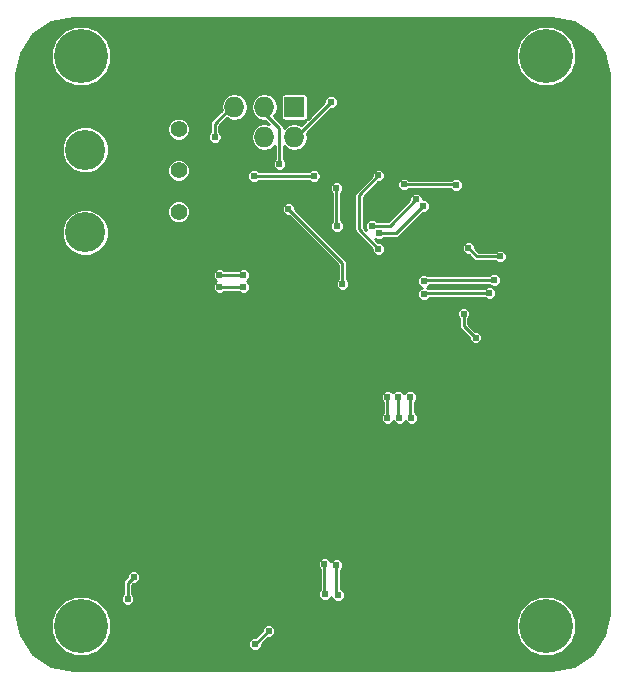
<source format=gbr>
G04 #@! TF.FileFunction,Copper,L2,Bot,Signal*
%FSLAX46Y46*%
G04 Gerber Fmt 4.6, Leading zero omitted, Abs format (unit mm)*
G04 Created by KiCad (PCBNEW 4.0.7-e2-6376~58~ubuntu16.04.1) date Sun Sep  2 10:05:10 2018*
%MOMM*%
%LPD*%
G01*
G04 APERTURE LIST*
%ADD10C,0.100000*%
%ADD11C,4.572000*%
%ADD12C,1.397000*%
%ADD13C,3.400000*%
%ADD14R,1.727200X1.727200*%
%ADD15O,1.727200X1.727200*%
%ADD16C,0.609600*%
%ADD17C,0.254000*%
G04 APERTURE END LIST*
D10*
D11*
X85984100Y-116692500D03*
X46614100Y-116692500D03*
X85984100Y-68432500D03*
X46614100Y-68432500D03*
D12*
X54869100Y-85112500D03*
X54869100Y-74612500D03*
D13*
X46959100Y-76362500D03*
D12*
X54869100Y-81612500D03*
X54869100Y-78112500D03*
D13*
X46959100Y-83362500D03*
D14*
X64681100Y-72750500D03*
D15*
X64681100Y-75290500D03*
X62141100Y-72750500D03*
X62141100Y-75290500D03*
X59601100Y-72750500D03*
X59601100Y-75290500D03*
D16*
X86677500Y-92710000D03*
X85598000Y-92646500D03*
X75311000Y-85217000D03*
X66459100Y-85847500D03*
X87350600Y-77846500D03*
X85826600Y-78862500D03*
X84937600Y-77910000D03*
X83667600Y-78862500D03*
X83858100Y-99690500D03*
X76873100Y-74417500D03*
X75476100Y-74417500D03*
X82143600Y-101024000D03*
X77190600Y-99627000D03*
X78397100Y-101024000D03*
X80429100Y-101024000D03*
X83350100Y-114041500D03*
X80429100Y-114041500D03*
X77635100Y-114041500D03*
X68237100Y-96261500D03*
X66205100Y-95880500D03*
X59093100Y-93070500D03*
X59601100Y-77576500D03*
X57823100Y-116184500D03*
X56553100Y-116946500D03*
X55537100Y-116184500D03*
X54267100Y-116946500D03*
X72301100Y-109580500D03*
X73190100Y-108564500D03*
X72301100Y-107675500D03*
X73190100Y-106786500D03*
X72301100Y-105897500D03*
X73190100Y-104881500D03*
X55410100Y-91292500D03*
X51727100Y-93959500D03*
X49798000Y-104156000D03*
X67792600Y-72322000D03*
X67221100Y-111409300D03*
X67271900Y-114000100D03*
X68237100Y-111501500D03*
X68364100Y-114041500D03*
X81191100Y-88514500D03*
X75666600Y-88578000D03*
X81572100Y-87371500D03*
X75666600Y-87498500D03*
X82080100Y-85403000D03*
X79413100Y-84704500D03*
X72555100Y-97277500D03*
X72555100Y-99055500D03*
X73444100Y-97277500D03*
X73571100Y-99055500D03*
X74460100Y-97277500D03*
X74587100Y-99055500D03*
X74968100Y-80577000D03*
X71221600Y-82799500D03*
X71856600Y-83434500D03*
X75539600Y-81148500D03*
X68237100Y-79624500D03*
X68300600Y-82799500D03*
X58331100Y-86974500D03*
X60363100Y-86974500D03*
X58331100Y-87990500D03*
X60363100Y-87990500D03*
X73952100Y-79307000D03*
X78333600Y-79370500D03*
X71793100Y-84768000D03*
X71793100Y-78545000D03*
X57917100Y-75290500D03*
X61219100Y-78592500D03*
X66299100Y-78592500D03*
X78994000Y-90233500D03*
X80010000Y-92265500D03*
X62484000Y-117094000D03*
X61341000Y-118237000D03*
X50546000Y-114427000D03*
X51054000Y-112522000D03*
X63411100Y-77576500D03*
X64173100Y-81386500D03*
X68745100Y-87736500D03*
D17*
X86842600Y-77846500D02*
X87350600Y-77846500D01*
X85826600Y-78862500D02*
X86842600Y-77846500D01*
X84620100Y-77910000D02*
X84937600Y-77910000D01*
X83667600Y-78862500D02*
X84620100Y-77910000D01*
X82143600Y-101024000D02*
X80429100Y-101024000D01*
X77190600Y-99817500D02*
X77190600Y-99627000D01*
X78397100Y-101024000D02*
X77190600Y-99817500D01*
X57315100Y-116184500D02*
X57823100Y-116184500D01*
X56553100Y-116946500D02*
X57315100Y-116184500D01*
X55029100Y-116184500D02*
X55537100Y-116184500D01*
X54267100Y-116946500D02*
X55029100Y-116184500D01*
X72301100Y-109453500D02*
X72301100Y-109580500D01*
X73190100Y-108564500D02*
X72301100Y-109453500D01*
X73190100Y-106786500D02*
X72301100Y-107675500D01*
X72301100Y-105770500D02*
X72301100Y-105897500D01*
X73190100Y-104881500D02*
X72301100Y-105770500D01*
X64681100Y-75290500D02*
X64824100Y-75290500D01*
X64824100Y-75290500D02*
X67792600Y-72322000D01*
X67221100Y-113949300D02*
X67221100Y-111409300D01*
X67271900Y-114000100D02*
X67221100Y-113949300D01*
X68237100Y-113914500D02*
X68237100Y-111501500D01*
X68364100Y-114041500D02*
X68237100Y-113914500D01*
X75730100Y-88514500D02*
X81191100Y-88514500D01*
X75666600Y-88578000D02*
X75730100Y-88514500D01*
X75793600Y-87371500D02*
X81572100Y-87371500D01*
X75666600Y-87498500D02*
X75793600Y-87371500D01*
X80111600Y-85403000D02*
X82080100Y-85403000D01*
X79413100Y-84704500D02*
X80111600Y-85403000D01*
X72555100Y-99055500D02*
X72555100Y-97277500D01*
X73444100Y-98928500D02*
X73444100Y-97277500D01*
X73571100Y-99055500D02*
X73444100Y-98928500D01*
X74460100Y-98928500D02*
X74460100Y-97277500D01*
X74587100Y-99055500D02*
X74460100Y-98928500D01*
X74968100Y-80577000D02*
X72745600Y-82799500D01*
X72745600Y-82799500D02*
X71221600Y-82799500D01*
X73253600Y-83434500D02*
X71856600Y-83434500D01*
X75539600Y-81148500D02*
X73253600Y-83434500D01*
X68237100Y-82736000D02*
X68237100Y-79624500D01*
X68300600Y-82799500D02*
X68237100Y-82736000D01*
X60363100Y-86974500D02*
X58331100Y-86974500D01*
X60363100Y-87990500D02*
X58331100Y-87990500D01*
X78270100Y-79307000D02*
X73952100Y-79307000D01*
X78333600Y-79370500D02*
X78270100Y-79307000D01*
X70142100Y-83117000D02*
X71793100Y-84768000D01*
X70142100Y-80196000D02*
X70142100Y-83117000D01*
X71793100Y-78545000D02*
X70142100Y-80196000D01*
X57917100Y-74147500D02*
X59314100Y-72750500D01*
X57917100Y-75290500D02*
X57917100Y-74147500D01*
X59314100Y-72750500D02*
X59601100Y-72750500D01*
X66299100Y-78592500D02*
X61219100Y-78592500D01*
X78994000Y-91249500D02*
X78994000Y-90233500D01*
X80010000Y-92265500D02*
X78994000Y-91249500D01*
X61341000Y-118237000D02*
X62484000Y-117094000D01*
X50546000Y-113030000D02*
X50546000Y-114427000D01*
X51054000Y-112522000D02*
X50546000Y-113030000D01*
X62141100Y-72750500D02*
X62141100Y-73258500D01*
X62141100Y-73258500D02*
X63411100Y-74528500D01*
X63411100Y-74528500D02*
X63411100Y-77576500D01*
X64173100Y-81386500D02*
X68745100Y-85958500D01*
X68745100Y-85958500D02*
X68745100Y-87736500D01*
G36*
X88340607Y-65568581D02*
X89879718Y-66596982D01*
X90908119Y-68136093D01*
X91275700Y-69984045D01*
X91275700Y-115639155D01*
X90908119Y-117487107D01*
X89879718Y-119026218D01*
X88340607Y-120054619D01*
X86492655Y-120422200D01*
X45917545Y-120422200D01*
X44069593Y-120054619D01*
X42530482Y-119026218D01*
X41502081Y-117487107D01*
X41445082Y-117200551D01*
X44048256Y-117200551D01*
X44437992Y-118143784D01*
X45159020Y-118866072D01*
X46101572Y-119257454D01*
X47122151Y-119258344D01*
X48065384Y-118868608D01*
X48582198Y-118352695D01*
X60756699Y-118352695D01*
X60845451Y-118567490D01*
X61009645Y-118731972D01*
X61224286Y-118821098D01*
X61456695Y-118821301D01*
X61671490Y-118732549D01*
X61835972Y-118568355D01*
X61925098Y-118353714D01*
X61925208Y-118227528D01*
X62474544Y-117678192D01*
X62599695Y-117678301D01*
X62814490Y-117589549D01*
X62978972Y-117425355D01*
X63068098Y-117210714D01*
X63068106Y-117200551D01*
X83418256Y-117200551D01*
X83807992Y-118143784D01*
X84529020Y-118866072D01*
X85471572Y-119257454D01*
X86492151Y-119258344D01*
X87435384Y-118868608D01*
X88157672Y-118147580D01*
X88549054Y-117205028D01*
X88549944Y-116184449D01*
X88160208Y-115241216D01*
X87439180Y-114518928D01*
X86496628Y-114127546D01*
X85476049Y-114126656D01*
X84532816Y-114516392D01*
X83810528Y-115237420D01*
X83419146Y-116179972D01*
X83418256Y-117200551D01*
X63068106Y-117200551D01*
X63068301Y-116978305D01*
X62979549Y-116763510D01*
X62815355Y-116599028D01*
X62600714Y-116509902D01*
X62368305Y-116509699D01*
X62153510Y-116598451D01*
X61989028Y-116762645D01*
X61899902Y-116977286D01*
X61899792Y-117103472D01*
X61350456Y-117652808D01*
X61225305Y-117652699D01*
X61010510Y-117741451D01*
X60846028Y-117905645D01*
X60756902Y-118120286D01*
X60756699Y-118352695D01*
X48582198Y-118352695D01*
X48787672Y-118147580D01*
X49179054Y-117205028D01*
X49179944Y-116184449D01*
X48790208Y-115241216D01*
X48092906Y-114542695D01*
X49961699Y-114542695D01*
X50050451Y-114757490D01*
X50214645Y-114921972D01*
X50429286Y-115011098D01*
X50661695Y-115011301D01*
X50876490Y-114922549D01*
X51040972Y-114758355D01*
X51130098Y-114543714D01*
X51130301Y-114311305D01*
X51041549Y-114096510D01*
X50952400Y-114007205D01*
X50952400Y-113198336D01*
X51044545Y-113106192D01*
X51169695Y-113106301D01*
X51384490Y-113017549D01*
X51548972Y-112853355D01*
X51638098Y-112638714D01*
X51638301Y-112406305D01*
X51549549Y-112191510D01*
X51385355Y-112027028D01*
X51170714Y-111937902D01*
X50938305Y-111937699D01*
X50723510Y-112026451D01*
X50559028Y-112190645D01*
X50469902Y-112405286D01*
X50469792Y-112531472D01*
X50258632Y-112742632D01*
X50170535Y-112874477D01*
X50139600Y-113030000D01*
X50139600Y-114007228D01*
X50051028Y-114095645D01*
X49961902Y-114310286D01*
X49961699Y-114542695D01*
X48092906Y-114542695D01*
X48069180Y-114518928D01*
X47126628Y-114127546D01*
X46106049Y-114126656D01*
X45162816Y-114516392D01*
X44440528Y-115237420D01*
X44049146Y-116179972D01*
X44048256Y-117200551D01*
X41445082Y-117200551D01*
X41134500Y-115639155D01*
X41134500Y-111524995D01*
X66636799Y-111524995D01*
X66725551Y-111739790D01*
X66814700Y-111829095D01*
X66814700Y-113631039D01*
X66776928Y-113668745D01*
X66687802Y-113883386D01*
X66687599Y-114115795D01*
X66776351Y-114330590D01*
X66940545Y-114495072D01*
X67155186Y-114584198D01*
X67387595Y-114584401D01*
X67602390Y-114495649D01*
X67766872Y-114331455D01*
X67809442Y-114228935D01*
X67868551Y-114371990D01*
X68032745Y-114536472D01*
X68247386Y-114625598D01*
X68479795Y-114625801D01*
X68694590Y-114537049D01*
X68859072Y-114372855D01*
X68948198Y-114158214D01*
X68948401Y-113925805D01*
X68859649Y-113711010D01*
X68695455Y-113546528D01*
X68643500Y-113524955D01*
X68643500Y-111921272D01*
X68732072Y-111832855D01*
X68821198Y-111618214D01*
X68821401Y-111385805D01*
X68732649Y-111171010D01*
X68568455Y-111006528D01*
X68353814Y-110917402D01*
X68121405Y-110917199D01*
X67906610Y-111005951D01*
X67750808Y-111161480D01*
X67716649Y-111078810D01*
X67552455Y-110914328D01*
X67337814Y-110825202D01*
X67105405Y-110824999D01*
X66890610Y-110913751D01*
X66726128Y-111077945D01*
X66637002Y-111292586D01*
X66636799Y-111524995D01*
X41134500Y-111524995D01*
X41134500Y-97393195D01*
X71970799Y-97393195D01*
X72059551Y-97607990D01*
X72148700Y-97697295D01*
X72148700Y-98635728D01*
X72060128Y-98724145D01*
X71971002Y-98938786D01*
X71970799Y-99171195D01*
X72059551Y-99385990D01*
X72223745Y-99550472D01*
X72438386Y-99639598D01*
X72670795Y-99639801D01*
X72885590Y-99551049D01*
X73050072Y-99386855D01*
X73063022Y-99355668D01*
X73075551Y-99385990D01*
X73239745Y-99550472D01*
X73454386Y-99639598D01*
X73686795Y-99639801D01*
X73901590Y-99551049D01*
X74066072Y-99386855D01*
X74079022Y-99355668D01*
X74091551Y-99385990D01*
X74255745Y-99550472D01*
X74470386Y-99639598D01*
X74702795Y-99639801D01*
X74917590Y-99551049D01*
X75082072Y-99386855D01*
X75171198Y-99172214D01*
X75171401Y-98939805D01*
X75082649Y-98725010D01*
X74918455Y-98560528D01*
X74866500Y-98538955D01*
X74866500Y-97697272D01*
X74955072Y-97608855D01*
X75044198Y-97394214D01*
X75044401Y-97161805D01*
X74955649Y-96947010D01*
X74791455Y-96782528D01*
X74576814Y-96693402D01*
X74344405Y-96693199D01*
X74129610Y-96781951D01*
X73965128Y-96946145D01*
X73952178Y-96977332D01*
X73939649Y-96947010D01*
X73775455Y-96782528D01*
X73560814Y-96693402D01*
X73328405Y-96693199D01*
X73113610Y-96781951D01*
X72999545Y-96895816D01*
X72886455Y-96782528D01*
X72671814Y-96693402D01*
X72439405Y-96693199D01*
X72224610Y-96781951D01*
X72060128Y-96946145D01*
X71971002Y-97160786D01*
X71970799Y-97393195D01*
X41134500Y-97393195D01*
X41134500Y-90349195D01*
X78409699Y-90349195D01*
X78498451Y-90563990D01*
X78587600Y-90653295D01*
X78587600Y-91249500D01*
X78618535Y-91405023D01*
X78706632Y-91536868D01*
X79425808Y-92256044D01*
X79425699Y-92381195D01*
X79514451Y-92595990D01*
X79678645Y-92760472D01*
X79893286Y-92849598D01*
X80125695Y-92849801D01*
X80340490Y-92761049D01*
X80504972Y-92596855D01*
X80594098Y-92382214D01*
X80594301Y-92149805D01*
X80505549Y-91935010D01*
X80341355Y-91770528D01*
X80126714Y-91681402D01*
X80000528Y-91681292D01*
X79400400Y-91081164D01*
X79400400Y-90653272D01*
X79488972Y-90564855D01*
X79578098Y-90350214D01*
X79578301Y-90117805D01*
X79489549Y-89903010D01*
X79325355Y-89738528D01*
X79110714Y-89649402D01*
X78878305Y-89649199D01*
X78663510Y-89737951D01*
X78499028Y-89902145D01*
X78409902Y-90116786D01*
X78409699Y-90349195D01*
X41134500Y-90349195D01*
X41134500Y-87090195D01*
X57746799Y-87090195D01*
X57835551Y-87304990D01*
X57999745Y-87469472D01*
X58030932Y-87482422D01*
X58000610Y-87494951D01*
X57836128Y-87659145D01*
X57747002Y-87873786D01*
X57746799Y-88106195D01*
X57835551Y-88320990D01*
X57999745Y-88485472D01*
X58214386Y-88574598D01*
X58446795Y-88574801D01*
X58661590Y-88486049D01*
X58750895Y-88396900D01*
X59943328Y-88396900D01*
X60031745Y-88485472D01*
X60246386Y-88574598D01*
X60478795Y-88574801D01*
X60693590Y-88486049D01*
X60858072Y-88321855D01*
X60947198Y-88107214D01*
X60947401Y-87874805D01*
X60858649Y-87660010D01*
X60694455Y-87495528D01*
X60663268Y-87482578D01*
X60693590Y-87470049D01*
X60858072Y-87305855D01*
X60947198Y-87091214D01*
X60947401Y-86858805D01*
X60858649Y-86644010D01*
X60694455Y-86479528D01*
X60479814Y-86390402D01*
X60247405Y-86390199D01*
X60032610Y-86478951D01*
X59943305Y-86568100D01*
X58750872Y-86568100D01*
X58662455Y-86479528D01*
X58447814Y-86390402D01*
X58215405Y-86390199D01*
X58000610Y-86478951D01*
X57836128Y-86643145D01*
X57747002Y-86857786D01*
X57746799Y-87090195D01*
X41134500Y-87090195D01*
X41134500Y-83754500D01*
X44979357Y-83754500D01*
X45280068Y-84482275D01*
X45836396Y-85039575D01*
X46563646Y-85341556D01*
X47351100Y-85342243D01*
X48078875Y-85041532D01*
X48636175Y-84485204D01*
X48938156Y-83757954D01*
X48938843Y-82970500D01*
X48638132Y-82242725D01*
X48202332Y-81806163D01*
X53891031Y-81806163D01*
X54039593Y-82165712D01*
X54314441Y-82441040D01*
X54673730Y-82590230D01*
X55062763Y-82590569D01*
X55422312Y-82442007D01*
X55697640Y-82167159D01*
X55846830Y-81807870D01*
X55847096Y-81502195D01*
X63588799Y-81502195D01*
X63677551Y-81716990D01*
X63841745Y-81881472D01*
X64056386Y-81970598D01*
X64182572Y-81970708D01*
X68338700Y-86126836D01*
X68338700Y-87316728D01*
X68250128Y-87405145D01*
X68161002Y-87619786D01*
X68160799Y-87852195D01*
X68249551Y-88066990D01*
X68413745Y-88231472D01*
X68628386Y-88320598D01*
X68860795Y-88320801D01*
X69075590Y-88232049D01*
X69240072Y-88067855D01*
X69329198Y-87853214D01*
X69329401Y-87620805D01*
X69326670Y-87614195D01*
X75082299Y-87614195D01*
X75171051Y-87828990D01*
X75335245Y-87993472D01*
X75443084Y-88038250D01*
X75336110Y-88082451D01*
X75171628Y-88246645D01*
X75082502Y-88461286D01*
X75082299Y-88693695D01*
X75171051Y-88908490D01*
X75335245Y-89072972D01*
X75549886Y-89162098D01*
X75782295Y-89162301D01*
X75997090Y-89073549D01*
X76150007Y-88920900D01*
X80771328Y-88920900D01*
X80859745Y-89009472D01*
X81074386Y-89098598D01*
X81306795Y-89098801D01*
X81521590Y-89010049D01*
X81686072Y-88845855D01*
X81775198Y-88631214D01*
X81775401Y-88398805D01*
X81686649Y-88184010D01*
X81522455Y-88019528D01*
X81307814Y-87930402D01*
X81075405Y-87930199D01*
X80860610Y-88018951D01*
X80771305Y-88108100D01*
X76022983Y-88108100D01*
X75997955Y-88083028D01*
X75890116Y-88038250D01*
X75997090Y-87994049D01*
X76161572Y-87829855D01*
X76183145Y-87777900D01*
X81152328Y-87777900D01*
X81240745Y-87866472D01*
X81455386Y-87955598D01*
X81687795Y-87955801D01*
X81902590Y-87867049D01*
X82067072Y-87702855D01*
X82156198Y-87488214D01*
X82156401Y-87255805D01*
X82067649Y-87041010D01*
X81903455Y-86876528D01*
X81688814Y-86787402D01*
X81456405Y-86787199D01*
X81241610Y-86875951D01*
X81152305Y-86965100D01*
X75905409Y-86965100D01*
X75783314Y-86914402D01*
X75550905Y-86914199D01*
X75336110Y-87002951D01*
X75171628Y-87167145D01*
X75082502Y-87381786D01*
X75082299Y-87614195D01*
X69326670Y-87614195D01*
X69240649Y-87406010D01*
X69151500Y-87316705D01*
X69151500Y-85958500D01*
X69120565Y-85802977D01*
X69032468Y-85671132D01*
X64757292Y-81395956D01*
X64757401Y-81270805D01*
X64668649Y-81056010D01*
X64504455Y-80891528D01*
X64289814Y-80802402D01*
X64057405Y-80802199D01*
X63842610Y-80890951D01*
X63678128Y-81055145D01*
X63589002Y-81269786D01*
X63588799Y-81502195D01*
X55847096Y-81502195D01*
X55847169Y-81418837D01*
X55698607Y-81059288D01*
X55423759Y-80783960D01*
X55064470Y-80634770D01*
X54675437Y-80634431D01*
X54315888Y-80782993D01*
X54040560Y-81057841D01*
X53891370Y-81417130D01*
X53891031Y-81806163D01*
X48202332Y-81806163D01*
X48081804Y-81685425D01*
X47354554Y-81383444D01*
X46567100Y-81382757D01*
X45839325Y-81683468D01*
X45282025Y-82239796D01*
X44980044Y-82967046D01*
X44979357Y-83754500D01*
X41134500Y-83754500D01*
X41134500Y-79740195D01*
X67652799Y-79740195D01*
X67741551Y-79954990D01*
X67830700Y-80044295D01*
X67830700Y-82443117D01*
X67805628Y-82468145D01*
X67716502Y-82682786D01*
X67716299Y-82915195D01*
X67805051Y-83129990D01*
X67969245Y-83294472D01*
X68183886Y-83383598D01*
X68416295Y-83383801D01*
X68631090Y-83295049D01*
X68795572Y-83130855D01*
X68884698Y-82916214D01*
X68884901Y-82683805D01*
X68796149Y-82469010D01*
X68643500Y-82316093D01*
X68643500Y-80196000D01*
X69735700Y-80196000D01*
X69735700Y-83117000D01*
X69766635Y-83272523D01*
X69854732Y-83404368D01*
X71208908Y-84758544D01*
X71208799Y-84883695D01*
X71297551Y-85098490D01*
X71461745Y-85262972D01*
X71676386Y-85352098D01*
X71908795Y-85352301D01*
X72123590Y-85263549D01*
X72288072Y-85099355D01*
X72377198Y-84884714D01*
X72377254Y-84820195D01*
X78828799Y-84820195D01*
X78917551Y-85034990D01*
X79081745Y-85199472D01*
X79296386Y-85288598D01*
X79422572Y-85288708D01*
X79824232Y-85690368D01*
X79956077Y-85778465D01*
X80111600Y-85809400D01*
X81660328Y-85809400D01*
X81748745Y-85897972D01*
X81963386Y-85987098D01*
X82195795Y-85987301D01*
X82410590Y-85898549D01*
X82575072Y-85734355D01*
X82664198Y-85519714D01*
X82664401Y-85287305D01*
X82575649Y-85072510D01*
X82411455Y-84908028D01*
X82196814Y-84818902D01*
X81964405Y-84818699D01*
X81749610Y-84907451D01*
X81660305Y-84996600D01*
X80279936Y-84996600D01*
X79997292Y-84713956D01*
X79997401Y-84588805D01*
X79908649Y-84374010D01*
X79744455Y-84209528D01*
X79529814Y-84120402D01*
X79297405Y-84120199D01*
X79082610Y-84208951D01*
X78918128Y-84373145D01*
X78829002Y-84587786D01*
X78828799Y-84820195D01*
X72377254Y-84820195D01*
X72377401Y-84652305D01*
X72288649Y-84437510D01*
X72124455Y-84273028D01*
X71909814Y-84183902D01*
X71783628Y-84183792D01*
X71532193Y-83932357D01*
X71739886Y-84018598D01*
X71972295Y-84018801D01*
X72187090Y-83930049D01*
X72276395Y-83840900D01*
X73253600Y-83840900D01*
X73409123Y-83809965D01*
X73540968Y-83721868D01*
X75530144Y-81732692D01*
X75655295Y-81732801D01*
X75870090Y-81644049D01*
X76034572Y-81479855D01*
X76123698Y-81265214D01*
X76123901Y-81032805D01*
X76035149Y-80818010D01*
X75870955Y-80653528D01*
X75656314Y-80564402D01*
X75552311Y-80564311D01*
X75552401Y-80461305D01*
X75463649Y-80246510D01*
X75299455Y-80082028D01*
X75084814Y-79992902D01*
X74852405Y-79992699D01*
X74637610Y-80081451D01*
X74473128Y-80245645D01*
X74384002Y-80460286D01*
X74383892Y-80586472D01*
X72577264Y-82393100D01*
X71641372Y-82393100D01*
X71552955Y-82304528D01*
X71338314Y-82215402D01*
X71105905Y-82215199D01*
X70891110Y-82303951D01*
X70726628Y-82468145D01*
X70637502Y-82682786D01*
X70637299Y-82915195D01*
X70723393Y-83123557D01*
X70548500Y-82948664D01*
X70548500Y-80364336D01*
X71490141Y-79422695D01*
X73367799Y-79422695D01*
X73456551Y-79637490D01*
X73620745Y-79801972D01*
X73835386Y-79891098D01*
X74067795Y-79891301D01*
X74282590Y-79802549D01*
X74371895Y-79713400D01*
X77850439Y-79713400D01*
X78002245Y-79865472D01*
X78216886Y-79954598D01*
X78449295Y-79954801D01*
X78664090Y-79866049D01*
X78828572Y-79701855D01*
X78917698Y-79487214D01*
X78917901Y-79254805D01*
X78829149Y-79040010D01*
X78664955Y-78875528D01*
X78450314Y-78786402D01*
X78217905Y-78786199D01*
X78003110Y-78874951D01*
X77977416Y-78900600D01*
X74371872Y-78900600D01*
X74283455Y-78812028D01*
X74068814Y-78722902D01*
X73836405Y-78722699D01*
X73621610Y-78811451D01*
X73457128Y-78975645D01*
X73368002Y-79190286D01*
X73367799Y-79422695D01*
X71490141Y-79422695D01*
X71783644Y-79129192D01*
X71908795Y-79129301D01*
X72123590Y-79040549D01*
X72288072Y-78876355D01*
X72377198Y-78661714D01*
X72377401Y-78429305D01*
X72288649Y-78214510D01*
X72124455Y-78050028D01*
X71909814Y-77960902D01*
X71677405Y-77960699D01*
X71462610Y-78049451D01*
X71298128Y-78213645D01*
X71209002Y-78428286D01*
X71208892Y-78554472D01*
X69854732Y-79908632D01*
X69766635Y-80040477D01*
X69735700Y-80196000D01*
X68643500Y-80196000D01*
X68643500Y-80044272D01*
X68732072Y-79955855D01*
X68821198Y-79741214D01*
X68821401Y-79508805D01*
X68732649Y-79294010D01*
X68568455Y-79129528D01*
X68353814Y-79040402D01*
X68121405Y-79040199D01*
X67906610Y-79128951D01*
X67742128Y-79293145D01*
X67653002Y-79507786D01*
X67652799Y-79740195D01*
X41134500Y-79740195D01*
X41134500Y-76754500D01*
X44979357Y-76754500D01*
X45280068Y-77482275D01*
X45836396Y-78039575D01*
X46563646Y-78341556D01*
X47351100Y-78342243D01*
X47438420Y-78306163D01*
X53891031Y-78306163D01*
X54039593Y-78665712D01*
X54314441Y-78941040D01*
X54673730Y-79090230D01*
X55062763Y-79090569D01*
X55422312Y-78942007D01*
X55656532Y-78708195D01*
X60634799Y-78708195D01*
X60723551Y-78922990D01*
X60887745Y-79087472D01*
X61102386Y-79176598D01*
X61334795Y-79176801D01*
X61549590Y-79088049D01*
X61638895Y-78998900D01*
X65879328Y-78998900D01*
X65967745Y-79087472D01*
X66182386Y-79176598D01*
X66414795Y-79176801D01*
X66629590Y-79088049D01*
X66794072Y-78923855D01*
X66883198Y-78709214D01*
X66883401Y-78476805D01*
X66794649Y-78262010D01*
X66630455Y-78097528D01*
X66415814Y-78008402D01*
X66183405Y-78008199D01*
X65968610Y-78096951D01*
X65879305Y-78186100D01*
X61638872Y-78186100D01*
X61550455Y-78097528D01*
X61335814Y-78008402D01*
X61103405Y-78008199D01*
X60888610Y-78096951D01*
X60724128Y-78261145D01*
X60635002Y-78475786D01*
X60634799Y-78708195D01*
X55656532Y-78708195D01*
X55697640Y-78667159D01*
X55846830Y-78307870D01*
X55847169Y-77918837D01*
X55698607Y-77559288D01*
X55423759Y-77283960D01*
X55064470Y-77134770D01*
X54675437Y-77134431D01*
X54315888Y-77282993D01*
X54040560Y-77557841D01*
X53891370Y-77917130D01*
X53891031Y-78306163D01*
X47438420Y-78306163D01*
X48078875Y-78041532D01*
X48636175Y-77485204D01*
X48938156Y-76757954D01*
X48938843Y-75970500D01*
X48638132Y-75242725D01*
X48202332Y-74806163D01*
X53891031Y-74806163D01*
X54039593Y-75165712D01*
X54314441Y-75441040D01*
X54673730Y-75590230D01*
X55062763Y-75590569D01*
X55422312Y-75442007D01*
X55458186Y-75406195D01*
X57332799Y-75406195D01*
X57421551Y-75620990D01*
X57585745Y-75785472D01*
X57800386Y-75874598D01*
X58032795Y-75874801D01*
X58247590Y-75786049D01*
X58412072Y-75621855D01*
X58501198Y-75407214D01*
X58501401Y-75174805D01*
X58412649Y-74960010D01*
X58323500Y-74870705D01*
X58323500Y-74315836D01*
X58951939Y-73687397D01*
X59163693Y-73828887D01*
X59601100Y-73915893D01*
X60038507Y-73828887D01*
X60409323Y-73581116D01*
X60657094Y-73210300D01*
X60744100Y-72772893D01*
X60744100Y-72728107D01*
X60998100Y-72728107D01*
X60998100Y-72772893D01*
X61085106Y-73210300D01*
X61332877Y-73581116D01*
X61703693Y-73828887D01*
X62141100Y-73915893D01*
X62210043Y-73902179D01*
X62505444Y-74197580D01*
X62141100Y-74125107D01*
X61703693Y-74212113D01*
X61332877Y-74459884D01*
X61085106Y-74830700D01*
X60998100Y-75268107D01*
X60998100Y-75312893D01*
X61085106Y-75750300D01*
X61332877Y-76121116D01*
X61703693Y-76368887D01*
X62141100Y-76455893D01*
X62578507Y-76368887D01*
X62949323Y-76121116D01*
X63004700Y-76038238D01*
X63004700Y-77156728D01*
X62916128Y-77245145D01*
X62827002Y-77459786D01*
X62826799Y-77692195D01*
X62915551Y-77906990D01*
X63079745Y-78071472D01*
X63294386Y-78160598D01*
X63526795Y-78160801D01*
X63741590Y-78072049D01*
X63906072Y-77907855D01*
X63995198Y-77693214D01*
X63995401Y-77460805D01*
X63906649Y-77246010D01*
X63817500Y-77156705D01*
X63817500Y-76038238D01*
X63872877Y-76121116D01*
X64243693Y-76368887D01*
X64681100Y-76455893D01*
X65118507Y-76368887D01*
X65489323Y-76121116D01*
X65737094Y-75750300D01*
X65824100Y-75312893D01*
X65824100Y-75268107D01*
X65757259Y-74932077D01*
X67783144Y-72906192D01*
X67908295Y-72906301D01*
X68123090Y-72817549D01*
X68287572Y-72653355D01*
X68376698Y-72438714D01*
X68376901Y-72206305D01*
X68288149Y-71991510D01*
X68123955Y-71827028D01*
X67909314Y-71737902D01*
X67676905Y-71737699D01*
X67462110Y-71826451D01*
X67297628Y-71990645D01*
X67208502Y-72205286D01*
X67208392Y-72331472D01*
X65790296Y-73749568D01*
X65807129Y-73724932D01*
X65829573Y-73614100D01*
X65829573Y-71886900D01*
X65810091Y-71783361D01*
X65748899Y-71688266D01*
X65655532Y-71624471D01*
X65544700Y-71602027D01*
X63817500Y-71602027D01*
X63713961Y-71621509D01*
X63618866Y-71682701D01*
X63555071Y-71776068D01*
X63532627Y-71886900D01*
X63532627Y-73614100D01*
X63552109Y-73717639D01*
X63613301Y-73812734D01*
X63706668Y-73876529D01*
X63817500Y-73898973D01*
X65544700Y-73898973D01*
X65648239Y-73879491D01*
X65682274Y-73857590D01*
X65243940Y-74295924D01*
X65118507Y-74212113D01*
X64681100Y-74125107D01*
X64243693Y-74212113D01*
X63872877Y-74459884D01*
X63817500Y-74542762D01*
X63817500Y-74528500D01*
X63786565Y-74372977D01*
X63698468Y-74241132D01*
X62985023Y-73527687D01*
X63197094Y-73210300D01*
X63284100Y-72772893D01*
X63284100Y-72728107D01*
X63197094Y-72290700D01*
X62949323Y-71919884D01*
X62578507Y-71672113D01*
X62141100Y-71585107D01*
X61703693Y-71672113D01*
X61332877Y-71919884D01*
X61085106Y-72290700D01*
X60998100Y-72728107D01*
X60744100Y-72728107D01*
X60657094Y-72290700D01*
X60409323Y-71919884D01*
X60038507Y-71672113D01*
X59601100Y-71585107D01*
X59163693Y-71672113D01*
X58792877Y-71919884D01*
X58545106Y-72290700D01*
X58458100Y-72728107D01*
X58458100Y-72772893D01*
X58501050Y-72988814D01*
X57629732Y-73860132D01*
X57541635Y-73991977D01*
X57510700Y-74147500D01*
X57510700Y-74870728D01*
X57422128Y-74959145D01*
X57333002Y-75173786D01*
X57332799Y-75406195D01*
X55458186Y-75406195D01*
X55697640Y-75167159D01*
X55846830Y-74807870D01*
X55847169Y-74418837D01*
X55698607Y-74059288D01*
X55423759Y-73783960D01*
X55064470Y-73634770D01*
X54675437Y-73634431D01*
X54315888Y-73782993D01*
X54040560Y-74057841D01*
X53891370Y-74417130D01*
X53891031Y-74806163D01*
X48202332Y-74806163D01*
X48081804Y-74685425D01*
X47354554Y-74383444D01*
X46567100Y-74382757D01*
X45839325Y-74683468D01*
X45282025Y-75239796D01*
X44980044Y-75967046D01*
X44979357Y-76754500D01*
X41134500Y-76754500D01*
X41134500Y-69984045D01*
X41342064Y-68940551D01*
X44048256Y-68940551D01*
X44437992Y-69883784D01*
X45159020Y-70606072D01*
X46101572Y-70997454D01*
X47122151Y-70998344D01*
X48065384Y-70608608D01*
X48787672Y-69887580D01*
X49179054Y-68945028D01*
X49179057Y-68940551D01*
X83418256Y-68940551D01*
X83807992Y-69883784D01*
X84529020Y-70606072D01*
X85471572Y-70997454D01*
X86492151Y-70998344D01*
X87435384Y-70608608D01*
X88157672Y-69887580D01*
X88549054Y-68945028D01*
X88549944Y-67924449D01*
X88160208Y-66981216D01*
X87439180Y-66258928D01*
X86496628Y-65867546D01*
X85476049Y-65866656D01*
X84532816Y-66256392D01*
X83810528Y-66977420D01*
X83419146Y-67919972D01*
X83418256Y-68940551D01*
X49179057Y-68940551D01*
X49179944Y-67924449D01*
X48790208Y-66981216D01*
X48069180Y-66258928D01*
X47126628Y-65867546D01*
X46106049Y-65866656D01*
X45162816Y-66256392D01*
X44440528Y-66977420D01*
X44049146Y-67919972D01*
X44048256Y-68940551D01*
X41342064Y-68940551D01*
X41502081Y-68136093D01*
X42530482Y-66596982D01*
X44069593Y-65568581D01*
X45917545Y-65201000D01*
X86492655Y-65201000D01*
X88340607Y-65568581D01*
X88340607Y-65568581D01*
G37*
X88340607Y-65568581D02*
X89879718Y-66596982D01*
X90908119Y-68136093D01*
X91275700Y-69984045D01*
X91275700Y-115639155D01*
X90908119Y-117487107D01*
X89879718Y-119026218D01*
X88340607Y-120054619D01*
X86492655Y-120422200D01*
X45917545Y-120422200D01*
X44069593Y-120054619D01*
X42530482Y-119026218D01*
X41502081Y-117487107D01*
X41445082Y-117200551D01*
X44048256Y-117200551D01*
X44437992Y-118143784D01*
X45159020Y-118866072D01*
X46101572Y-119257454D01*
X47122151Y-119258344D01*
X48065384Y-118868608D01*
X48582198Y-118352695D01*
X60756699Y-118352695D01*
X60845451Y-118567490D01*
X61009645Y-118731972D01*
X61224286Y-118821098D01*
X61456695Y-118821301D01*
X61671490Y-118732549D01*
X61835972Y-118568355D01*
X61925098Y-118353714D01*
X61925208Y-118227528D01*
X62474544Y-117678192D01*
X62599695Y-117678301D01*
X62814490Y-117589549D01*
X62978972Y-117425355D01*
X63068098Y-117210714D01*
X63068106Y-117200551D01*
X83418256Y-117200551D01*
X83807992Y-118143784D01*
X84529020Y-118866072D01*
X85471572Y-119257454D01*
X86492151Y-119258344D01*
X87435384Y-118868608D01*
X88157672Y-118147580D01*
X88549054Y-117205028D01*
X88549944Y-116184449D01*
X88160208Y-115241216D01*
X87439180Y-114518928D01*
X86496628Y-114127546D01*
X85476049Y-114126656D01*
X84532816Y-114516392D01*
X83810528Y-115237420D01*
X83419146Y-116179972D01*
X83418256Y-117200551D01*
X63068106Y-117200551D01*
X63068301Y-116978305D01*
X62979549Y-116763510D01*
X62815355Y-116599028D01*
X62600714Y-116509902D01*
X62368305Y-116509699D01*
X62153510Y-116598451D01*
X61989028Y-116762645D01*
X61899902Y-116977286D01*
X61899792Y-117103472D01*
X61350456Y-117652808D01*
X61225305Y-117652699D01*
X61010510Y-117741451D01*
X60846028Y-117905645D01*
X60756902Y-118120286D01*
X60756699Y-118352695D01*
X48582198Y-118352695D01*
X48787672Y-118147580D01*
X49179054Y-117205028D01*
X49179944Y-116184449D01*
X48790208Y-115241216D01*
X48092906Y-114542695D01*
X49961699Y-114542695D01*
X50050451Y-114757490D01*
X50214645Y-114921972D01*
X50429286Y-115011098D01*
X50661695Y-115011301D01*
X50876490Y-114922549D01*
X51040972Y-114758355D01*
X51130098Y-114543714D01*
X51130301Y-114311305D01*
X51041549Y-114096510D01*
X50952400Y-114007205D01*
X50952400Y-113198336D01*
X51044545Y-113106192D01*
X51169695Y-113106301D01*
X51384490Y-113017549D01*
X51548972Y-112853355D01*
X51638098Y-112638714D01*
X51638301Y-112406305D01*
X51549549Y-112191510D01*
X51385355Y-112027028D01*
X51170714Y-111937902D01*
X50938305Y-111937699D01*
X50723510Y-112026451D01*
X50559028Y-112190645D01*
X50469902Y-112405286D01*
X50469792Y-112531472D01*
X50258632Y-112742632D01*
X50170535Y-112874477D01*
X50139600Y-113030000D01*
X50139600Y-114007228D01*
X50051028Y-114095645D01*
X49961902Y-114310286D01*
X49961699Y-114542695D01*
X48092906Y-114542695D01*
X48069180Y-114518928D01*
X47126628Y-114127546D01*
X46106049Y-114126656D01*
X45162816Y-114516392D01*
X44440528Y-115237420D01*
X44049146Y-116179972D01*
X44048256Y-117200551D01*
X41445082Y-117200551D01*
X41134500Y-115639155D01*
X41134500Y-111524995D01*
X66636799Y-111524995D01*
X66725551Y-111739790D01*
X66814700Y-111829095D01*
X66814700Y-113631039D01*
X66776928Y-113668745D01*
X66687802Y-113883386D01*
X66687599Y-114115795D01*
X66776351Y-114330590D01*
X66940545Y-114495072D01*
X67155186Y-114584198D01*
X67387595Y-114584401D01*
X67602390Y-114495649D01*
X67766872Y-114331455D01*
X67809442Y-114228935D01*
X67868551Y-114371990D01*
X68032745Y-114536472D01*
X68247386Y-114625598D01*
X68479795Y-114625801D01*
X68694590Y-114537049D01*
X68859072Y-114372855D01*
X68948198Y-114158214D01*
X68948401Y-113925805D01*
X68859649Y-113711010D01*
X68695455Y-113546528D01*
X68643500Y-113524955D01*
X68643500Y-111921272D01*
X68732072Y-111832855D01*
X68821198Y-111618214D01*
X68821401Y-111385805D01*
X68732649Y-111171010D01*
X68568455Y-111006528D01*
X68353814Y-110917402D01*
X68121405Y-110917199D01*
X67906610Y-111005951D01*
X67750808Y-111161480D01*
X67716649Y-111078810D01*
X67552455Y-110914328D01*
X67337814Y-110825202D01*
X67105405Y-110824999D01*
X66890610Y-110913751D01*
X66726128Y-111077945D01*
X66637002Y-111292586D01*
X66636799Y-111524995D01*
X41134500Y-111524995D01*
X41134500Y-97393195D01*
X71970799Y-97393195D01*
X72059551Y-97607990D01*
X72148700Y-97697295D01*
X72148700Y-98635728D01*
X72060128Y-98724145D01*
X71971002Y-98938786D01*
X71970799Y-99171195D01*
X72059551Y-99385990D01*
X72223745Y-99550472D01*
X72438386Y-99639598D01*
X72670795Y-99639801D01*
X72885590Y-99551049D01*
X73050072Y-99386855D01*
X73063022Y-99355668D01*
X73075551Y-99385990D01*
X73239745Y-99550472D01*
X73454386Y-99639598D01*
X73686795Y-99639801D01*
X73901590Y-99551049D01*
X74066072Y-99386855D01*
X74079022Y-99355668D01*
X74091551Y-99385990D01*
X74255745Y-99550472D01*
X74470386Y-99639598D01*
X74702795Y-99639801D01*
X74917590Y-99551049D01*
X75082072Y-99386855D01*
X75171198Y-99172214D01*
X75171401Y-98939805D01*
X75082649Y-98725010D01*
X74918455Y-98560528D01*
X74866500Y-98538955D01*
X74866500Y-97697272D01*
X74955072Y-97608855D01*
X75044198Y-97394214D01*
X75044401Y-97161805D01*
X74955649Y-96947010D01*
X74791455Y-96782528D01*
X74576814Y-96693402D01*
X74344405Y-96693199D01*
X74129610Y-96781951D01*
X73965128Y-96946145D01*
X73952178Y-96977332D01*
X73939649Y-96947010D01*
X73775455Y-96782528D01*
X73560814Y-96693402D01*
X73328405Y-96693199D01*
X73113610Y-96781951D01*
X72999545Y-96895816D01*
X72886455Y-96782528D01*
X72671814Y-96693402D01*
X72439405Y-96693199D01*
X72224610Y-96781951D01*
X72060128Y-96946145D01*
X71971002Y-97160786D01*
X71970799Y-97393195D01*
X41134500Y-97393195D01*
X41134500Y-90349195D01*
X78409699Y-90349195D01*
X78498451Y-90563990D01*
X78587600Y-90653295D01*
X78587600Y-91249500D01*
X78618535Y-91405023D01*
X78706632Y-91536868D01*
X79425808Y-92256044D01*
X79425699Y-92381195D01*
X79514451Y-92595990D01*
X79678645Y-92760472D01*
X79893286Y-92849598D01*
X80125695Y-92849801D01*
X80340490Y-92761049D01*
X80504972Y-92596855D01*
X80594098Y-92382214D01*
X80594301Y-92149805D01*
X80505549Y-91935010D01*
X80341355Y-91770528D01*
X80126714Y-91681402D01*
X80000528Y-91681292D01*
X79400400Y-91081164D01*
X79400400Y-90653272D01*
X79488972Y-90564855D01*
X79578098Y-90350214D01*
X79578301Y-90117805D01*
X79489549Y-89903010D01*
X79325355Y-89738528D01*
X79110714Y-89649402D01*
X78878305Y-89649199D01*
X78663510Y-89737951D01*
X78499028Y-89902145D01*
X78409902Y-90116786D01*
X78409699Y-90349195D01*
X41134500Y-90349195D01*
X41134500Y-87090195D01*
X57746799Y-87090195D01*
X57835551Y-87304990D01*
X57999745Y-87469472D01*
X58030932Y-87482422D01*
X58000610Y-87494951D01*
X57836128Y-87659145D01*
X57747002Y-87873786D01*
X57746799Y-88106195D01*
X57835551Y-88320990D01*
X57999745Y-88485472D01*
X58214386Y-88574598D01*
X58446795Y-88574801D01*
X58661590Y-88486049D01*
X58750895Y-88396900D01*
X59943328Y-88396900D01*
X60031745Y-88485472D01*
X60246386Y-88574598D01*
X60478795Y-88574801D01*
X60693590Y-88486049D01*
X60858072Y-88321855D01*
X60947198Y-88107214D01*
X60947401Y-87874805D01*
X60858649Y-87660010D01*
X60694455Y-87495528D01*
X60663268Y-87482578D01*
X60693590Y-87470049D01*
X60858072Y-87305855D01*
X60947198Y-87091214D01*
X60947401Y-86858805D01*
X60858649Y-86644010D01*
X60694455Y-86479528D01*
X60479814Y-86390402D01*
X60247405Y-86390199D01*
X60032610Y-86478951D01*
X59943305Y-86568100D01*
X58750872Y-86568100D01*
X58662455Y-86479528D01*
X58447814Y-86390402D01*
X58215405Y-86390199D01*
X58000610Y-86478951D01*
X57836128Y-86643145D01*
X57747002Y-86857786D01*
X57746799Y-87090195D01*
X41134500Y-87090195D01*
X41134500Y-83754500D01*
X44979357Y-83754500D01*
X45280068Y-84482275D01*
X45836396Y-85039575D01*
X46563646Y-85341556D01*
X47351100Y-85342243D01*
X48078875Y-85041532D01*
X48636175Y-84485204D01*
X48938156Y-83757954D01*
X48938843Y-82970500D01*
X48638132Y-82242725D01*
X48202332Y-81806163D01*
X53891031Y-81806163D01*
X54039593Y-82165712D01*
X54314441Y-82441040D01*
X54673730Y-82590230D01*
X55062763Y-82590569D01*
X55422312Y-82442007D01*
X55697640Y-82167159D01*
X55846830Y-81807870D01*
X55847096Y-81502195D01*
X63588799Y-81502195D01*
X63677551Y-81716990D01*
X63841745Y-81881472D01*
X64056386Y-81970598D01*
X64182572Y-81970708D01*
X68338700Y-86126836D01*
X68338700Y-87316728D01*
X68250128Y-87405145D01*
X68161002Y-87619786D01*
X68160799Y-87852195D01*
X68249551Y-88066990D01*
X68413745Y-88231472D01*
X68628386Y-88320598D01*
X68860795Y-88320801D01*
X69075590Y-88232049D01*
X69240072Y-88067855D01*
X69329198Y-87853214D01*
X69329401Y-87620805D01*
X69326670Y-87614195D01*
X75082299Y-87614195D01*
X75171051Y-87828990D01*
X75335245Y-87993472D01*
X75443084Y-88038250D01*
X75336110Y-88082451D01*
X75171628Y-88246645D01*
X75082502Y-88461286D01*
X75082299Y-88693695D01*
X75171051Y-88908490D01*
X75335245Y-89072972D01*
X75549886Y-89162098D01*
X75782295Y-89162301D01*
X75997090Y-89073549D01*
X76150007Y-88920900D01*
X80771328Y-88920900D01*
X80859745Y-89009472D01*
X81074386Y-89098598D01*
X81306795Y-89098801D01*
X81521590Y-89010049D01*
X81686072Y-88845855D01*
X81775198Y-88631214D01*
X81775401Y-88398805D01*
X81686649Y-88184010D01*
X81522455Y-88019528D01*
X81307814Y-87930402D01*
X81075405Y-87930199D01*
X80860610Y-88018951D01*
X80771305Y-88108100D01*
X76022983Y-88108100D01*
X75997955Y-88083028D01*
X75890116Y-88038250D01*
X75997090Y-87994049D01*
X76161572Y-87829855D01*
X76183145Y-87777900D01*
X81152328Y-87777900D01*
X81240745Y-87866472D01*
X81455386Y-87955598D01*
X81687795Y-87955801D01*
X81902590Y-87867049D01*
X82067072Y-87702855D01*
X82156198Y-87488214D01*
X82156401Y-87255805D01*
X82067649Y-87041010D01*
X81903455Y-86876528D01*
X81688814Y-86787402D01*
X81456405Y-86787199D01*
X81241610Y-86875951D01*
X81152305Y-86965100D01*
X75905409Y-86965100D01*
X75783314Y-86914402D01*
X75550905Y-86914199D01*
X75336110Y-87002951D01*
X75171628Y-87167145D01*
X75082502Y-87381786D01*
X75082299Y-87614195D01*
X69326670Y-87614195D01*
X69240649Y-87406010D01*
X69151500Y-87316705D01*
X69151500Y-85958500D01*
X69120565Y-85802977D01*
X69032468Y-85671132D01*
X64757292Y-81395956D01*
X64757401Y-81270805D01*
X64668649Y-81056010D01*
X64504455Y-80891528D01*
X64289814Y-80802402D01*
X64057405Y-80802199D01*
X63842610Y-80890951D01*
X63678128Y-81055145D01*
X63589002Y-81269786D01*
X63588799Y-81502195D01*
X55847096Y-81502195D01*
X55847169Y-81418837D01*
X55698607Y-81059288D01*
X55423759Y-80783960D01*
X55064470Y-80634770D01*
X54675437Y-80634431D01*
X54315888Y-80782993D01*
X54040560Y-81057841D01*
X53891370Y-81417130D01*
X53891031Y-81806163D01*
X48202332Y-81806163D01*
X48081804Y-81685425D01*
X47354554Y-81383444D01*
X46567100Y-81382757D01*
X45839325Y-81683468D01*
X45282025Y-82239796D01*
X44980044Y-82967046D01*
X44979357Y-83754500D01*
X41134500Y-83754500D01*
X41134500Y-79740195D01*
X67652799Y-79740195D01*
X67741551Y-79954990D01*
X67830700Y-80044295D01*
X67830700Y-82443117D01*
X67805628Y-82468145D01*
X67716502Y-82682786D01*
X67716299Y-82915195D01*
X67805051Y-83129990D01*
X67969245Y-83294472D01*
X68183886Y-83383598D01*
X68416295Y-83383801D01*
X68631090Y-83295049D01*
X68795572Y-83130855D01*
X68884698Y-82916214D01*
X68884901Y-82683805D01*
X68796149Y-82469010D01*
X68643500Y-82316093D01*
X68643500Y-80196000D01*
X69735700Y-80196000D01*
X69735700Y-83117000D01*
X69766635Y-83272523D01*
X69854732Y-83404368D01*
X71208908Y-84758544D01*
X71208799Y-84883695D01*
X71297551Y-85098490D01*
X71461745Y-85262972D01*
X71676386Y-85352098D01*
X71908795Y-85352301D01*
X72123590Y-85263549D01*
X72288072Y-85099355D01*
X72377198Y-84884714D01*
X72377254Y-84820195D01*
X78828799Y-84820195D01*
X78917551Y-85034990D01*
X79081745Y-85199472D01*
X79296386Y-85288598D01*
X79422572Y-85288708D01*
X79824232Y-85690368D01*
X79956077Y-85778465D01*
X80111600Y-85809400D01*
X81660328Y-85809400D01*
X81748745Y-85897972D01*
X81963386Y-85987098D01*
X82195795Y-85987301D01*
X82410590Y-85898549D01*
X82575072Y-85734355D01*
X82664198Y-85519714D01*
X82664401Y-85287305D01*
X82575649Y-85072510D01*
X82411455Y-84908028D01*
X82196814Y-84818902D01*
X81964405Y-84818699D01*
X81749610Y-84907451D01*
X81660305Y-84996600D01*
X80279936Y-84996600D01*
X79997292Y-84713956D01*
X79997401Y-84588805D01*
X79908649Y-84374010D01*
X79744455Y-84209528D01*
X79529814Y-84120402D01*
X79297405Y-84120199D01*
X79082610Y-84208951D01*
X78918128Y-84373145D01*
X78829002Y-84587786D01*
X78828799Y-84820195D01*
X72377254Y-84820195D01*
X72377401Y-84652305D01*
X72288649Y-84437510D01*
X72124455Y-84273028D01*
X71909814Y-84183902D01*
X71783628Y-84183792D01*
X71532193Y-83932357D01*
X71739886Y-84018598D01*
X71972295Y-84018801D01*
X72187090Y-83930049D01*
X72276395Y-83840900D01*
X73253600Y-83840900D01*
X73409123Y-83809965D01*
X73540968Y-83721868D01*
X75530144Y-81732692D01*
X75655295Y-81732801D01*
X75870090Y-81644049D01*
X76034572Y-81479855D01*
X76123698Y-81265214D01*
X76123901Y-81032805D01*
X76035149Y-80818010D01*
X75870955Y-80653528D01*
X75656314Y-80564402D01*
X75552311Y-80564311D01*
X75552401Y-80461305D01*
X75463649Y-80246510D01*
X75299455Y-80082028D01*
X75084814Y-79992902D01*
X74852405Y-79992699D01*
X74637610Y-80081451D01*
X74473128Y-80245645D01*
X74384002Y-80460286D01*
X74383892Y-80586472D01*
X72577264Y-82393100D01*
X71641372Y-82393100D01*
X71552955Y-82304528D01*
X71338314Y-82215402D01*
X71105905Y-82215199D01*
X70891110Y-82303951D01*
X70726628Y-82468145D01*
X70637502Y-82682786D01*
X70637299Y-82915195D01*
X70723393Y-83123557D01*
X70548500Y-82948664D01*
X70548500Y-80364336D01*
X71490141Y-79422695D01*
X73367799Y-79422695D01*
X73456551Y-79637490D01*
X73620745Y-79801972D01*
X73835386Y-79891098D01*
X74067795Y-79891301D01*
X74282590Y-79802549D01*
X74371895Y-79713400D01*
X77850439Y-79713400D01*
X78002245Y-79865472D01*
X78216886Y-79954598D01*
X78449295Y-79954801D01*
X78664090Y-79866049D01*
X78828572Y-79701855D01*
X78917698Y-79487214D01*
X78917901Y-79254805D01*
X78829149Y-79040010D01*
X78664955Y-78875528D01*
X78450314Y-78786402D01*
X78217905Y-78786199D01*
X78003110Y-78874951D01*
X77977416Y-78900600D01*
X74371872Y-78900600D01*
X74283455Y-78812028D01*
X74068814Y-78722902D01*
X73836405Y-78722699D01*
X73621610Y-78811451D01*
X73457128Y-78975645D01*
X73368002Y-79190286D01*
X73367799Y-79422695D01*
X71490141Y-79422695D01*
X71783644Y-79129192D01*
X71908795Y-79129301D01*
X72123590Y-79040549D01*
X72288072Y-78876355D01*
X72377198Y-78661714D01*
X72377401Y-78429305D01*
X72288649Y-78214510D01*
X72124455Y-78050028D01*
X71909814Y-77960902D01*
X71677405Y-77960699D01*
X71462610Y-78049451D01*
X71298128Y-78213645D01*
X71209002Y-78428286D01*
X71208892Y-78554472D01*
X69854732Y-79908632D01*
X69766635Y-80040477D01*
X69735700Y-80196000D01*
X68643500Y-80196000D01*
X68643500Y-80044272D01*
X68732072Y-79955855D01*
X68821198Y-79741214D01*
X68821401Y-79508805D01*
X68732649Y-79294010D01*
X68568455Y-79129528D01*
X68353814Y-79040402D01*
X68121405Y-79040199D01*
X67906610Y-79128951D01*
X67742128Y-79293145D01*
X67653002Y-79507786D01*
X67652799Y-79740195D01*
X41134500Y-79740195D01*
X41134500Y-76754500D01*
X44979357Y-76754500D01*
X45280068Y-77482275D01*
X45836396Y-78039575D01*
X46563646Y-78341556D01*
X47351100Y-78342243D01*
X47438420Y-78306163D01*
X53891031Y-78306163D01*
X54039593Y-78665712D01*
X54314441Y-78941040D01*
X54673730Y-79090230D01*
X55062763Y-79090569D01*
X55422312Y-78942007D01*
X55656532Y-78708195D01*
X60634799Y-78708195D01*
X60723551Y-78922990D01*
X60887745Y-79087472D01*
X61102386Y-79176598D01*
X61334795Y-79176801D01*
X61549590Y-79088049D01*
X61638895Y-78998900D01*
X65879328Y-78998900D01*
X65967745Y-79087472D01*
X66182386Y-79176598D01*
X66414795Y-79176801D01*
X66629590Y-79088049D01*
X66794072Y-78923855D01*
X66883198Y-78709214D01*
X66883401Y-78476805D01*
X66794649Y-78262010D01*
X66630455Y-78097528D01*
X66415814Y-78008402D01*
X66183405Y-78008199D01*
X65968610Y-78096951D01*
X65879305Y-78186100D01*
X61638872Y-78186100D01*
X61550455Y-78097528D01*
X61335814Y-78008402D01*
X61103405Y-78008199D01*
X60888610Y-78096951D01*
X60724128Y-78261145D01*
X60635002Y-78475786D01*
X60634799Y-78708195D01*
X55656532Y-78708195D01*
X55697640Y-78667159D01*
X55846830Y-78307870D01*
X55847169Y-77918837D01*
X55698607Y-77559288D01*
X55423759Y-77283960D01*
X55064470Y-77134770D01*
X54675437Y-77134431D01*
X54315888Y-77282993D01*
X54040560Y-77557841D01*
X53891370Y-77917130D01*
X53891031Y-78306163D01*
X47438420Y-78306163D01*
X48078875Y-78041532D01*
X48636175Y-77485204D01*
X48938156Y-76757954D01*
X48938843Y-75970500D01*
X48638132Y-75242725D01*
X48202332Y-74806163D01*
X53891031Y-74806163D01*
X54039593Y-75165712D01*
X54314441Y-75441040D01*
X54673730Y-75590230D01*
X55062763Y-75590569D01*
X55422312Y-75442007D01*
X55458186Y-75406195D01*
X57332799Y-75406195D01*
X57421551Y-75620990D01*
X57585745Y-75785472D01*
X57800386Y-75874598D01*
X58032795Y-75874801D01*
X58247590Y-75786049D01*
X58412072Y-75621855D01*
X58501198Y-75407214D01*
X58501401Y-75174805D01*
X58412649Y-74960010D01*
X58323500Y-74870705D01*
X58323500Y-74315836D01*
X58951939Y-73687397D01*
X59163693Y-73828887D01*
X59601100Y-73915893D01*
X60038507Y-73828887D01*
X60409323Y-73581116D01*
X60657094Y-73210300D01*
X60744100Y-72772893D01*
X60744100Y-72728107D01*
X60998100Y-72728107D01*
X60998100Y-72772893D01*
X61085106Y-73210300D01*
X61332877Y-73581116D01*
X61703693Y-73828887D01*
X62141100Y-73915893D01*
X62210043Y-73902179D01*
X62505444Y-74197580D01*
X62141100Y-74125107D01*
X61703693Y-74212113D01*
X61332877Y-74459884D01*
X61085106Y-74830700D01*
X60998100Y-75268107D01*
X60998100Y-75312893D01*
X61085106Y-75750300D01*
X61332877Y-76121116D01*
X61703693Y-76368887D01*
X62141100Y-76455893D01*
X62578507Y-76368887D01*
X62949323Y-76121116D01*
X63004700Y-76038238D01*
X63004700Y-77156728D01*
X62916128Y-77245145D01*
X62827002Y-77459786D01*
X62826799Y-77692195D01*
X62915551Y-77906990D01*
X63079745Y-78071472D01*
X63294386Y-78160598D01*
X63526795Y-78160801D01*
X63741590Y-78072049D01*
X63906072Y-77907855D01*
X63995198Y-77693214D01*
X63995401Y-77460805D01*
X63906649Y-77246010D01*
X63817500Y-77156705D01*
X63817500Y-76038238D01*
X63872877Y-76121116D01*
X64243693Y-76368887D01*
X64681100Y-76455893D01*
X65118507Y-76368887D01*
X65489323Y-76121116D01*
X65737094Y-75750300D01*
X65824100Y-75312893D01*
X65824100Y-75268107D01*
X65757259Y-74932077D01*
X67783144Y-72906192D01*
X67908295Y-72906301D01*
X68123090Y-72817549D01*
X68287572Y-72653355D01*
X68376698Y-72438714D01*
X68376901Y-72206305D01*
X68288149Y-71991510D01*
X68123955Y-71827028D01*
X67909314Y-71737902D01*
X67676905Y-71737699D01*
X67462110Y-71826451D01*
X67297628Y-71990645D01*
X67208502Y-72205286D01*
X67208392Y-72331472D01*
X65790296Y-73749568D01*
X65807129Y-73724932D01*
X65829573Y-73614100D01*
X65829573Y-71886900D01*
X65810091Y-71783361D01*
X65748899Y-71688266D01*
X65655532Y-71624471D01*
X65544700Y-71602027D01*
X63817500Y-71602027D01*
X63713961Y-71621509D01*
X63618866Y-71682701D01*
X63555071Y-71776068D01*
X63532627Y-71886900D01*
X63532627Y-73614100D01*
X63552109Y-73717639D01*
X63613301Y-73812734D01*
X63706668Y-73876529D01*
X63817500Y-73898973D01*
X65544700Y-73898973D01*
X65648239Y-73879491D01*
X65682274Y-73857590D01*
X65243940Y-74295924D01*
X65118507Y-74212113D01*
X64681100Y-74125107D01*
X64243693Y-74212113D01*
X63872877Y-74459884D01*
X63817500Y-74542762D01*
X63817500Y-74528500D01*
X63786565Y-74372977D01*
X63698468Y-74241132D01*
X62985023Y-73527687D01*
X63197094Y-73210300D01*
X63284100Y-72772893D01*
X63284100Y-72728107D01*
X63197094Y-72290700D01*
X62949323Y-71919884D01*
X62578507Y-71672113D01*
X62141100Y-71585107D01*
X61703693Y-71672113D01*
X61332877Y-71919884D01*
X61085106Y-72290700D01*
X60998100Y-72728107D01*
X60744100Y-72728107D01*
X60657094Y-72290700D01*
X60409323Y-71919884D01*
X60038507Y-71672113D01*
X59601100Y-71585107D01*
X59163693Y-71672113D01*
X58792877Y-71919884D01*
X58545106Y-72290700D01*
X58458100Y-72728107D01*
X58458100Y-72772893D01*
X58501050Y-72988814D01*
X57629732Y-73860132D01*
X57541635Y-73991977D01*
X57510700Y-74147500D01*
X57510700Y-74870728D01*
X57422128Y-74959145D01*
X57333002Y-75173786D01*
X57332799Y-75406195D01*
X55458186Y-75406195D01*
X55697640Y-75167159D01*
X55846830Y-74807870D01*
X55847169Y-74418837D01*
X55698607Y-74059288D01*
X55423759Y-73783960D01*
X55064470Y-73634770D01*
X54675437Y-73634431D01*
X54315888Y-73782993D01*
X54040560Y-74057841D01*
X53891370Y-74417130D01*
X53891031Y-74806163D01*
X48202332Y-74806163D01*
X48081804Y-74685425D01*
X47354554Y-74383444D01*
X46567100Y-74382757D01*
X45839325Y-74683468D01*
X45282025Y-75239796D01*
X44980044Y-75967046D01*
X44979357Y-76754500D01*
X41134500Y-76754500D01*
X41134500Y-69984045D01*
X41342064Y-68940551D01*
X44048256Y-68940551D01*
X44437992Y-69883784D01*
X45159020Y-70606072D01*
X46101572Y-70997454D01*
X47122151Y-70998344D01*
X48065384Y-70608608D01*
X48787672Y-69887580D01*
X49179054Y-68945028D01*
X49179057Y-68940551D01*
X83418256Y-68940551D01*
X83807992Y-69883784D01*
X84529020Y-70606072D01*
X85471572Y-70997454D01*
X86492151Y-70998344D01*
X87435384Y-70608608D01*
X88157672Y-69887580D01*
X88549054Y-68945028D01*
X88549944Y-67924449D01*
X88160208Y-66981216D01*
X87439180Y-66258928D01*
X86496628Y-65867546D01*
X85476049Y-65866656D01*
X84532816Y-66256392D01*
X83810528Y-66977420D01*
X83419146Y-67919972D01*
X83418256Y-68940551D01*
X49179057Y-68940551D01*
X49179944Y-67924449D01*
X48790208Y-66981216D01*
X48069180Y-66258928D01*
X47126628Y-65867546D01*
X46106049Y-65866656D01*
X45162816Y-66256392D01*
X44440528Y-66977420D01*
X44049146Y-67919972D01*
X44048256Y-68940551D01*
X41342064Y-68940551D01*
X41502081Y-68136093D01*
X42530482Y-66596982D01*
X44069593Y-65568581D01*
X45917545Y-65201000D01*
X86492655Y-65201000D01*
X88340607Y-65568581D01*
M02*

</source>
